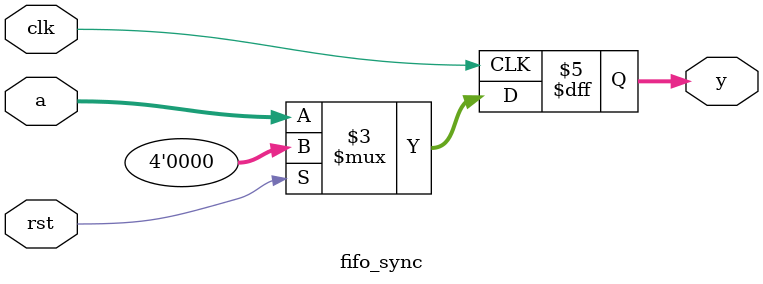
<source format=v>
/* 
 * Corevexis Semiconductor 
 * Example 55: FIFO SYNC 
 */

module fifo_sync (
    input clk,
    input rst,
    input [3:0] a,
    output reg [3:0] y
);

always @(posedge clk) begin
    if(rst) y <= 4'b0;
    else y <= a; 
end

endmodule
</source>
